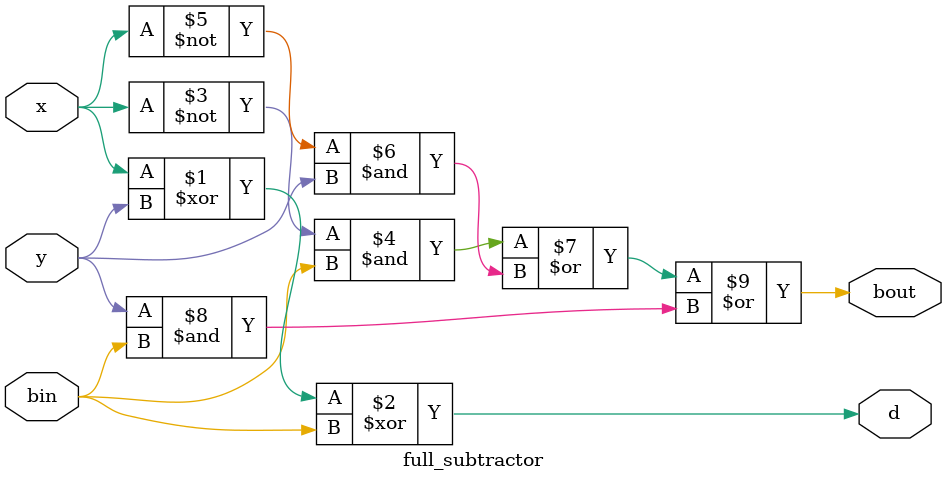
<source format=v>
`timescale 1ns / 1ps


module full_subtractor(x,y,bin,d,bout);
input x,y,bin;
output d,bout;
assign d = x^y^bin;
assign  bout = ~x&bin | ~x&y | y&bin;
endmodule

</source>
